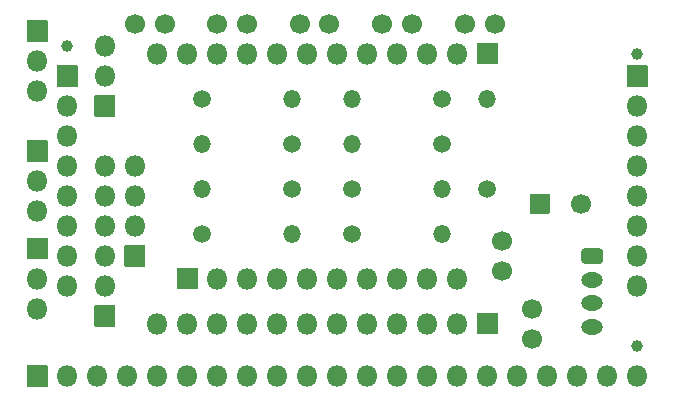
<source format=gts>
G04 #@! TF.GenerationSoftware,KiCad,Pcbnew,(5.1.10)-1*
G04 #@! TF.CreationDate,2021-08-27T08:53:15+02:00*
G04 #@! TF.ProjectId,JuntekOnSteroidsTTGO,4a756e74-656b-44f6-9e53-7465726f6964,2.5*
G04 #@! TF.SameCoordinates,PX5b716c8PY5b716c8*
G04 #@! TF.FileFunction,Soldermask,Top*
G04 #@! TF.FilePolarity,Negative*
%FSLAX46Y46*%
G04 Gerber Fmt 4.6, Leading zero omitted, Abs format (unit mm)*
G04 Created by KiCad (PCBNEW (5.1.10)-1) date 2021-08-27 08:53:15*
%MOMM*%
%LPD*%
G01*
G04 APERTURE LIST*
%ADD10C,1.000000*%
%ADD11O,1.800000X1.800000*%
%ADD12O,1.850000X1.300000*%
%ADD13O,1.500000X1.500000*%
%ADD14C,1.500000*%
%ADD15C,1.700000*%
G04 APERTURE END LIST*
D10*
G04 #@! TO.C,FID2*
X55880000Y32385000D03*
G04 #@! TD*
D11*
G04 #@! TO.C,J61*
X10795000Y33020000D03*
X10795000Y30480000D03*
G36*
G01*
X11695000Y28790000D02*
X11695000Y27090000D01*
G75*
G02*
X11645000Y27040000I-50000J0D01*
G01*
X9945000Y27040000D01*
G75*
G02*
X9895000Y27090000I0J50000D01*
G01*
X9895000Y28790000D01*
G75*
G02*
X9945000Y28840000I50000J0D01*
G01*
X11645000Y28840000D01*
G75*
G02*
X11695000Y28790000I0J-50000D01*
G01*
G37*
G04 #@! TD*
G04 #@! TO.C,J12*
X5080000Y10795000D03*
X5080000Y13335000D03*
G36*
G01*
X5980000Y16725000D02*
X5980000Y15025000D01*
G75*
G02*
X5930000Y14975000I-50000J0D01*
G01*
X4230000Y14975000D01*
G75*
G02*
X4180000Y15025000I0J50000D01*
G01*
X4180000Y16725000D01*
G75*
G02*
X4230000Y16775000I50000J0D01*
G01*
X5930000Y16775000D01*
G75*
G02*
X5980000Y16725000I0J-50000D01*
G01*
G37*
G04 #@! TD*
G04 #@! TO.C,J22*
X10795000Y12700000D03*
G36*
G01*
X11695000Y11010000D02*
X11695000Y9310000D01*
G75*
G02*
X11645000Y9260000I-50000J0D01*
G01*
X9945000Y9260000D01*
G75*
G02*
X9895000Y9310000I0J50000D01*
G01*
X9895000Y11010000D01*
G75*
G02*
X9945000Y11060000I50000J0D01*
G01*
X11645000Y11060000D01*
G75*
G02*
X11695000Y11010000I0J-50000D01*
G01*
G37*
G04 #@! TD*
G04 #@! TO.C,J21*
X10795000Y22860000D03*
X13335000Y22860000D03*
X10795000Y20320000D03*
X13335000Y20320000D03*
X10795000Y17780000D03*
X13335000Y17780000D03*
X10795000Y15240000D03*
G36*
G01*
X14235000Y16090000D02*
X14235000Y14390000D01*
G75*
G02*
X14185000Y14340000I-50000J0D01*
G01*
X12485000Y14340000D01*
G75*
G02*
X12435000Y14390000I0J50000D01*
G01*
X12435000Y16090000D01*
G75*
G02*
X12485000Y16140000I50000J0D01*
G01*
X14185000Y16140000D01*
G75*
G02*
X14235000Y16090000I0J-50000D01*
G01*
G37*
G04 #@! TD*
G04 #@! TO.C,J11*
X5080000Y19050000D03*
X5080000Y21590000D03*
G36*
G01*
X5980000Y24980000D02*
X5980000Y23280000D01*
G75*
G02*
X5930000Y23230000I-50000J0D01*
G01*
X4230000Y23230000D01*
G75*
G02*
X4180000Y23280000I0J50000D01*
G01*
X4180000Y24980000D01*
G75*
G02*
X4230000Y25030000I50000J0D01*
G01*
X5930000Y25030000D01*
G75*
G02*
X5980000Y24980000I0J-50000D01*
G01*
G37*
G04 #@! TD*
D12*
G04 #@! TO.C,J7*
X52070000Y9240000D03*
X52070000Y11240000D03*
X52070000Y13240000D03*
G36*
G01*
X51415832Y15890000D02*
X52724168Y15890000D01*
G75*
G02*
X52995000Y15619168I0J-270832D01*
G01*
X52995000Y14860832D01*
G75*
G02*
X52724168Y14590000I-270832J0D01*
G01*
X51415832Y14590000D01*
G75*
G02*
X51145000Y14860832I0J270832D01*
G01*
X51145000Y15619168D01*
G75*
G02*
X51415832Y15890000I270832J0D01*
G01*
G37*
G04 #@! TD*
D11*
G04 #@! TO.C,J10*
X40640000Y13335000D03*
X38100000Y13335000D03*
X35560000Y13335000D03*
X33020000Y13335000D03*
X30480000Y13335000D03*
X27940000Y13335000D03*
X25400000Y13335000D03*
X22860000Y13335000D03*
X20320000Y13335000D03*
G36*
G01*
X18630000Y12435000D02*
X16930000Y12435000D01*
G75*
G02*
X16880000Y12485000I0J50000D01*
G01*
X16880000Y14185000D01*
G75*
G02*
X16930000Y14235000I50000J0D01*
G01*
X18630000Y14235000D01*
G75*
G02*
X18680000Y14185000I0J-50000D01*
G01*
X18680000Y12485000D01*
G75*
G02*
X18630000Y12435000I-50000J0D01*
G01*
G37*
G04 #@! TD*
D13*
G04 #@! TO.C,R13*
X39370000Y20955000D03*
D14*
X31750000Y20955000D03*
G04 #@! TD*
D15*
G04 #@! TO.C,C6*
X46990000Y10755000D03*
X46990000Y8255000D03*
G04 #@! TD*
G04 #@! TO.C,C5*
X13375000Y34925000D03*
X15875000Y34925000D03*
G04 #@! TD*
D11*
G04 #@! TO.C,J30*
X55880000Y5080000D03*
X53340000Y5080000D03*
X50800000Y5080000D03*
X48260000Y5080000D03*
X45720000Y5080000D03*
X43180000Y5080000D03*
X40640000Y5080000D03*
X38100000Y5080000D03*
X35560000Y5080000D03*
X33020000Y5080000D03*
X30480000Y5080000D03*
X27940000Y5080000D03*
X25400000Y5080000D03*
X22860000Y5080000D03*
X20320000Y5080000D03*
X17780000Y5080000D03*
X15240000Y5080000D03*
X12700000Y5080000D03*
X10160000Y5080000D03*
X7620000Y5080000D03*
G36*
G01*
X4230000Y5980000D02*
X5930000Y5980000D01*
G75*
G02*
X5980000Y5930000I0J-50000D01*
G01*
X5980000Y4230000D01*
G75*
G02*
X5930000Y4180000I-50000J0D01*
G01*
X4230000Y4180000D01*
G75*
G02*
X4180000Y4230000I0J50000D01*
G01*
X4180000Y5930000D01*
G75*
G02*
X4230000Y5980000I50000J0D01*
G01*
G37*
G04 #@! TD*
D13*
G04 #@! TO.C,R20*
X26670000Y28575000D03*
D14*
X19050000Y28575000D03*
G04 #@! TD*
D13*
G04 #@! TO.C,R18*
X26670000Y17145000D03*
D14*
X19050000Y17145000D03*
G04 #@! TD*
D13*
G04 #@! TO.C,R17*
X39370000Y17145000D03*
D14*
X31750000Y17145000D03*
G04 #@! TD*
D13*
G04 #@! TO.C,R16*
X19050000Y20955000D03*
D14*
X26670000Y20955000D03*
G04 #@! TD*
D13*
G04 #@! TO.C,R15*
X43180000Y28575000D03*
D14*
X43180000Y20955000D03*
G04 #@! TD*
D13*
G04 #@! TO.C,R12*
X31750000Y28575000D03*
D14*
X39370000Y28575000D03*
G04 #@! TD*
D13*
G04 #@! TO.C,R11*
X31750000Y24765000D03*
D14*
X39370000Y24765000D03*
G04 #@! TD*
D15*
G04 #@! TO.C,C3*
X36790000Y34925000D03*
X34290000Y34925000D03*
G04 #@! TD*
G04 #@! TO.C,C2*
X27305000Y34925000D03*
X29805000Y34925000D03*
G04 #@! TD*
G04 #@! TO.C,C1*
X22820000Y34925000D03*
X20320000Y34925000D03*
G04 #@! TD*
D13*
G04 #@! TO.C,R14*
X19050000Y24765000D03*
D14*
X26670000Y24765000D03*
G04 #@! TD*
D11*
G04 #@! TO.C,J6*
X5080000Y29210000D03*
X5080000Y31750000D03*
G36*
G01*
X5980000Y35140000D02*
X5980000Y33440000D01*
G75*
G02*
X5930000Y33390000I-50000J0D01*
G01*
X4230000Y33390000D01*
G75*
G02*
X4180000Y33440000I0J50000D01*
G01*
X4180000Y35140000D01*
G75*
G02*
X4230000Y35190000I50000J0D01*
G01*
X5930000Y35190000D01*
G75*
G02*
X5980000Y35140000I0J-50000D01*
G01*
G37*
G04 #@! TD*
D15*
G04 #@! TO.C,C8*
X44450000Y14010000D03*
X44450000Y16510000D03*
G04 #@! TD*
G04 #@! TO.C,C4*
X41315000Y34925000D03*
X43815000Y34925000D03*
G04 #@! TD*
G04 #@! TO.C,C7*
X51125000Y19685000D03*
G36*
G01*
X46775000Y18885000D02*
X46775000Y20485000D01*
G75*
G02*
X46825000Y20535000I50000J0D01*
G01*
X48425000Y20535000D01*
G75*
G02*
X48475000Y20485000I0J-50000D01*
G01*
X48475000Y18885000D01*
G75*
G02*
X48425000Y18835000I-50000J0D01*
G01*
X46825000Y18835000D01*
G75*
G02*
X46775000Y18885000I0J50000D01*
G01*
G37*
G04 #@! TD*
D10*
G04 #@! TO.C,FID3*
X55880000Y7620000D03*
G04 #@! TD*
G04 #@! TO.C,FID1*
X7620000Y33020000D03*
G04 #@! TD*
D11*
G04 #@! TO.C,J5*
X15240000Y9525000D03*
X17780000Y9525000D03*
X20320000Y9525000D03*
X22860000Y9525000D03*
X25400000Y9525000D03*
X27940000Y9525000D03*
X30480000Y9525000D03*
X33020000Y9525000D03*
X35560000Y9525000D03*
X38100000Y9525000D03*
X40640000Y9525000D03*
G36*
G01*
X42330000Y10425000D02*
X44030000Y10425000D01*
G75*
G02*
X44080000Y10375000I0J-50000D01*
G01*
X44080000Y8675000D01*
G75*
G02*
X44030000Y8625000I-50000J0D01*
G01*
X42330000Y8625000D01*
G75*
G02*
X42280000Y8675000I0J50000D01*
G01*
X42280000Y10375000D01*
G75*
G02*
X42330000Y10425000I50000J0D01*
G01*
G37*
G04 #@! TD*
G04 #@! TO.C,J4*
X15240000Y32385000D03*
X17780000Y32385000D03*
X20320000Y32385000D03*
X22860000Y32385000D03*
X25400000Y32385000D03*
X27940000Y32385000D03*
X30480000Y32385000D03*
X33020000Y32385000D03*
X35560000Y32385000D03*
X38100000Y32385000D03*
X40640000Y32385000D03*
G36*
G01*
X42330000Y33285000D02*
X44030000Y33285000D01*
G75*
G02*
X44080000Y33235000I0J-50000D01*
G01*
X44080000Y31535000D01*
G75*
G02*
X44030000Y31485000I-50000J0D01*
G01*
X42330000Y31485000D01*
G75*
G02*
X42280000Y31535000I0J50000D01*
G01*
X42280000Y33235000D01*
G75*
G02*
X42330000Y33285000I50000J0D01*
G01*
G37*
G04 #@! TD*
G04 #@! TO.C,J2*
X55880000Y12700000D03*
X55880000Y15240000D03*
X55880000Y17780000D03*
X55880000Y20320000D03*
X55880000Y22860000D03*
X55880000Y25400000D03*
X55880000Y27940000D03*
G36*
G01*
X56780000Y31330000D02*
X56780000Y29630000D01*
G75*
G02*
X56730000Y29580000I-50000J0D01*
G01*
X55030000Y29580000D01*
G75*
G02*
X54980000Y29630000I0J50000D01*
G01*
X54980000Y31330000D01*
G75*
G02*
X55030000Y31380000I50000J0D01*
G01*
X56730000Y31380000D01*
G75*
G02*
X56780000Y31330000I0J-50000D01*
G01*
G37*
G04 #@! TD*
G04 #@! TO.C,J1*
X7620000Y12700000D03*
X7620000Y15240000D03*
X7620000Y17780000D03*
X7620000Y20320000D03*
X7620000Y22860000D03*
X7620000Y25400000D03*
X7620000Y27940000D03*
G36*
G01*
X8520000Y31330000D02*
X8520000Y29630000D01*
G75*
G02*
X8470000Y29580000I-50000J0D01*
G01*
X6770000Y29580000D01*
G75*
G02*
X6720000Y29630000I0J50000D01*
G01*
X6720000Y31330000D01*
G75*
G02*
X6770000Y31380000I50000J0D01*
G01*
X8470000Y31380000D01*
G75*
G02*
X8520000Y31330000I0J-50000D01*
G01*
G37*
G04 #@! TD*
M02*

</source>
